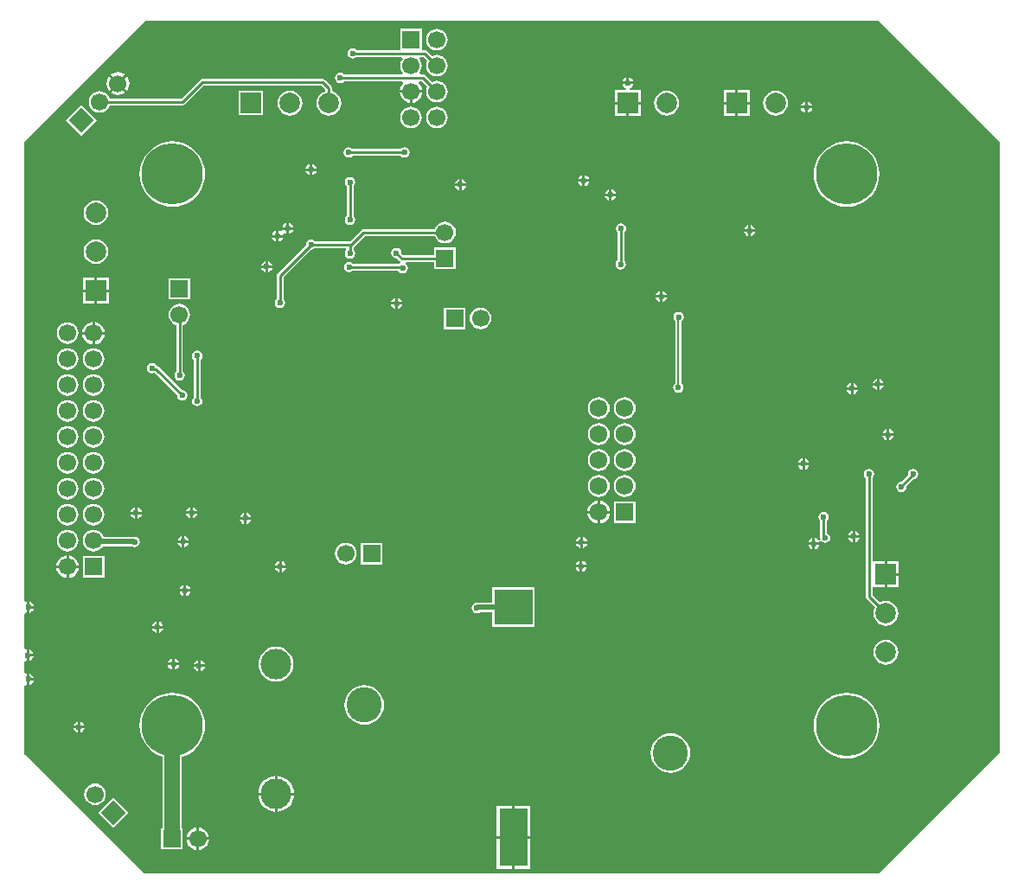
<source format=gbl>
G04*
G04 #@! TF.GenerationSoftware,Altium Limited,Altium Designer,20.2.4 (192)*
G04*
G04 Layer_Physical_Order=2*
G04 Layer_Color=16711680*
%FSLAX44Y44*%
%MOMM*%
G71*
G04*
G04 #@! TF.SameCoordinates,03AB348B-DD29-4870-A44B-8DF697E34D15*
G04*
G04*
G04 #@! TF.FilePolarity,Positive*
G04*
G01*
G75*
%ADD10C,0.2000*%
%ADD17C,0.5000*%
%ADD18C,0.2540*%
%ADD67C,1.5000*%
%ADD70R,1.7000X1.7000*%
%ADD71C,1.7000*%
%ADD72R,1.7000X1.7000*%
%ADD73C,2.0000*%
%ADD74R,2.0000X2.0000*%
%ADD75R,2.0000X2.0000*%
%ADD76P,2.4042X4X180.0*%
%ADD77C,1.7250*%
%ADD78R,1.7250X1.7250*%
%ADD79P,2.4042X4X90.0*%
%ADD80C,3.0000*%
%ADD81C,6.0000*%
%ADD82C,3.4500*%
%ADD83C,0.6000*%
%ADD84R,2.8000X5.7000*%
%ADD85R,3.8000X3.5000*%
G36*
X959951Y721444D02*
Y123556D01*
X841444Y5049D01*
X122556D01*
X5049Y122556D01*
Y189088D01*
X7049Y190190D01*
X7480Y190104D01*
Y195500D01*
Y200896D01*
X7049Y200810D01*
X5049Y201912D01*
Y212421D01*
X7049Y213640D01*
X7230Y213604D01*
Y219000D01*
Y224396D01*
X7049Y224360D01*
X5049Y225579D01*
Y259588D01*
X7049Y260690D01*
X7480Y260604D01*
Y266000D01*
Y271396D01*
X7049Y271310D01*
X5049Y272412D01*
Y721444D01*
X123556Y839951D01*
X841444Y839951D01*
X959951Y721444D01*
D02*
G37*
%LPC*%
G36*
X394040Y832190D02*
X373040D01*
Y811584D01*
X330286D01*
X330105Y811855D01*
X328451Y812960D01*
X326500Y813348D01*
X324549Y812960D01*
X322895Y811855D01*
X321790Y810201D01*
X321402Y808250D01*
X321790Y806299D01*
X322895Y804645D01*
X324549Y803540D01*
X326500Y803152D01*
X328451Y803540D01*
X330105Y804645D01*
X330286Y804916D01*
X374403D01*
X375389Y802916D01*
X374368Y801585D01*
X373310Y799031D01*
X372949Y796290D01*
X373310Y793549D01*
X374368Y790995D01*
X375451Y789584D01*
X374464Y787584D01*
X318036D01*
X317855Y787855D01*
X316201Y788960D01*
X314250Y789348D01*
X312299Y788960D01*
X310645Y787855D01*
X309540Y786201D01*
X309152Y784250D01*
X309540Y782299D01*
X310645Y780645D01*
X312299Y779540D01*
X314250Y779152D01*
X316201Y779540D01*
X317855Y780645D01*
X318036Y780916D01*
X375186D01*
X375864Y778916D01*
X375666Y778764D01*
X373897Y776458D01*
X372784Y773772D01*
X372572Y772160D01*
X383540D01*
X394508D01*
X394296Y773772D01*
X393183Y776458D01*
X391414Y778764D01*
X391216Y778916D01*
X391894Y780916D01*
X394199D01*
X399523Y775592D01*
X398710Y773631D01*
X398349Y770890D01*
X398710Y768149D01*
X399768Y765595D01*
X401451Y763401D01*
X403645Y761718D01*
X406199Y760660D01*
X408940Y760299D01*
X411681Y760660D01*
X414235Y761718D01*
X416429Y763401D01*
X418112Y765595D01*
X419170Y768149D01*
X419531Y770890D01*
X419170Y773631D01*
X418112Y776185D01*
X416429Y778379D01*
X414235Y780062D01*
X411681Y781120D01*
X408940Y781481D01*
X406199Y781120D01*
X404238Y780307D01*
X397938Y786608D01*
X396856Y787330D01*
X395580Y787584D01*
X392616D01*
X391629Y789584D01*
X392712Y790995D01*
X393770Y793549D01*
X394131Y796290D01*
X393770Y799031D01*
X392712Y801585D01*
X391691Y802916D01*
X392677Y804916D01*
X395599D01*
X399523Y800992D01*
X398710Y799031D01*
X398349Y796290D01*
X398710Y793549D01*
X399768Y790995D01*
X401451Y788801D01*
X403645Y787118D01*
X406199Y786060D01*
X408940Y785699D01*
X411681Y786060D01*
X414235Y787118D01*
X416429Y788801D01*
X418112Y790995D01*
X419170Y793549D01*
X419531Y796290D01*
X419170Y799031D01*
X418112Y801585D01*
X416429Y803779D01*
X414235Y805462D01*
X411681Y806520D01*
X408940Y806881D01*
X406199Y806520D01*
X404238Y805707D01*
X399338Y810608D01*
X398256Y811330D01*
X396980Y811584D01*
X394040D01*
Y832190D01*
D02*
G37*
G36*
X408940Y832281D02*
X406199Y831920D01*
X403645Y830862D01*
X401451Y829179D01*
X399768Y826985D01*
X398710Y824431D01*
X398349Y821690D01*
X398710Y818949D01*
X399768Y816395D01*
X401451Y814201D01*
X403645Y812518D01*
X406199Y811460D01*
X408940Y811099D01*
X411681Y811460D01*
X414235Y812518D01*
X416429Y814201D01*
X418112Y816395D01*
X419170Y818949D01*
X419531Y821690D01*
X419170Y824431D01*
X418112Y826985D01*
X416429Y829179D01*
X414235Y830862D01*
X411681Y831920D01*
X408940Y832281D01*
D02*
G37*
G36*
X597020Y784646D02*
Y780520D01*
X601146D01*
X600969Y781412D01*
X599744Y783244D01*
X597912Y784469D01*
X597020Y784646D01*
D02*
G37*
G36*
X594480D02*
X593588Y784469D01*
X591756Y783244D01*
X590531Y781412D01*
X590354Y780520D01*
X594480D01*
Y784646D01*
D02*
G37*
G36*
X96700Y789826D02*
X93819Y789446D01*
X91133Y788334D01*
X89843Y787344D01*
X96700Y780487D01*
X103558Y787344D01*
X102268Y788334D01*
X99583Y789446D01*
X96700Y789826D01*
D02*
G37*
G36*
X105354Y785548D02*
X98497Y778690D01*
X105354Y771833D01*
X106344Y773123D01*
X107456Y775808D01*
X107836Y778690D01*
X107456Y781572D01*
X106344Y784258D01*
X105354Y785548D01*
D02*
G37*
G36*
X88047D02*
X87057Y784258D01*
X85945Y781572D01*
X85565Y778690D01*
X85945Y775808D01*
X87057Y773123D01*
X88047Y771833D01*
X94904Y778690D01*
X88047Y785548D01*
D02*
G37*
G36*
X96700Y776895D02*
X89843Y770037D01*
X91133Y769047D01*
X93819Y767935D01*
X96700Y767555D01*
X99583Y767935D01*
X102268Y769047D01*
X103558Y770037D01*
X96700Y776895D01*
D02*
G37*
G36*
X714850Y772000D02*
X703580D01*
Y760730D01*
X714850D01*
Y772000D01*
D02*
G37*
G36*
X701040D02*
X689770D01*
Y760730D01*
X701040D01*
Y772000D01*
D02*
G37*
G36*
X601146Y777980D02*
X590354D01*
X590531Y777088D01*
X591756Y775256D01*
X593588Y774031D01*
X593746Y774000D01*
X593549Y772000D01*
X583090D01*
Y760730D01*
X608170D01*
Y772000D01*
X597951D01*
X597753Y774000D01*
X597912Y774031D01*
X599744Y775256D01*
X600969Y777088D01*
X601146Y777980D01*
D02*
G37*
G36*
X394508Y769620D02*
X384810D01*
Y759922D01*
X386422Y760134D01*
X389108Y761247D01*
X391414Y763016D01*
X393183Y765322D01*
X394296Y768008D01*
X394508Y769620D01*
D02*
G37*
G36*
X382270D02*
X372572D01*
X372784Y768008D01*
X373897Y765322D01*
X375666Y763016D01*
X377972Y761247D01*
X380658Y760134D01*
X382270Y759922D01*
Y769620D01*
D02*
G37*
G36*
X772020Y760896D02*
Y756770D01*
X776146D01*
X775969Y757662D01*
X774744Y759494D01*
X772912Y760719D01*
X772020Y760896D01*
D02*
G37*
G36*
X769480D02*
X768588Y760719D01*
X766756Y759494D01*
X765531Y757662D01*
X765354Y756770D01*
X769480D01*
Y760896D01*
D02*
G37*
G36*
X776146Y754230D02*
X772020D01*
Y750104D01*
X772912Y750281D01*
X774744Y751506D01*
X775969Y753338D01*
X776146Y754230D01*
D02*
G37*
G36*
X769480D02*
X765354D01*
X765531Y753338D01*
X766756Y751506D01*
X768588Y750281D01*
X769480Y750104D01*
Y754230D01*
D02*
G37*
G36*
X238900Y771460D02*
X214900D01*
Y747460D01*
X238900D01*
Y771460D01*
D02*
G37*
G36*
X740410Y771564D02*
X737277Y771151D01*
X734358Y769942D01*
X731852Y768018D01*
X729928Y765512D01*
X728719Y762593D01*
X728306Y759460D01*
X728719Y756327D01*
X729928Y753408D01*
X731852Y750901D01*
X734358Y748978D01*
X737277Y747769D01*
X740410Y747356D01*
X743543Y747769D01*
X746462Y748978D01*
X748969Y750901D01*
X750892Y753408D01*
X752101Y756327D01*
X752514Y759460D01*
X752101Y762593D01*
X750892Y765512D01*
X748969Y768018D01*
X746462Y769942D01*
X743543Y771151D01*
X740410Y771564D01*
D02*
G37*
G36*
X633730D02*
X630597Y771151D01*
X627678Y769942D01*
X625172Y768018D01*
X623248Y765512D01*
X622039Y762593D01*
X621626Y759460D01*
X622039Y756327D01*
X623248Y753408D01*
X625172Y750901D01*
X627678Y748978D01*
X630597Y747769D01*
X633730Y747356D01*
X636863Y747769D01*
X639782Y748978D01*
X642289Y750901D01*
X644212Y753408D01*
X645421Y756327D01*
X645834Y759460D01*
X645421Y762593D01*
X644212Y765512D01*
X642289Y768018D01*
X639782Y769942D01*
X636863Y771151D01*
X633730Y771564D01*
D02*
G37*
G36*
X297180Y783114D02*
X179121D01*
X177845Y782860D01*
X176764Y782138D01*
X158690Y764064D01*
X88724D01*
X87912Y766025D01*
X86229Y768219D01*
X84035Y769902D01*
X81481Y770960D01*
X78740Y771321D01*
X75999Y770960D01*
X73445Y769902D01*
X71251Y768219D01*
X69568Y766025D01*
X68510Y763471D01*
X68149Y760730D01*
X68510Y757989D01*
X69568Y755435D01*
X71251Y753241D01*
X73445Y751558D01*
X75999Y750500D01*
X78740Y750139D01*
X81481Y750500D01*
X84035Y751558D01*
X86229Y753241D01*
X87912Y755435D01*
X88724Y757396D01*
X160071D01*
X161347Y757650D01*
X162429Y758372D01*
X180502Y776446D01*
X295799D01*
X299416Y772829D01*
Y770923D01*
X297048Y769942D01*
X294541Y768018D01*
X292618Y765512D01*
X291409Y762593D01*
X290996Y759460D01*
X291409Y756327D01*
X292618Y753408D01*
X294541Y750901D01*
X297048Y748978D01*
X299967Y747769D01*
X303100Y747356D01*
X306233Y747769D01*
X309152Y748978D01*
X311658Y750901D01*
X313582Y753408D01*
X314791Y756327D01*
X315204Y759460D01*
X314791Y762593D01*
X313582Y765512D01*
X311658Y768018D01*
X309152Y769942D01*
X306233Y771151D01*
X306084Y771171D01*
Y774210D01*
X305830Y775486D01*
X305107Y776568D01*
X299538Y782138D01*
X298456Y782860D01*
X297180Y783114D01*
D02*
G37*
G36*
X265000Y771564D02*
X261867Y771151D01*
X258948Y769942D01*
X256441Y768018D01*
X254518Y765512D01*
X253309Y762593D01*
X252896Y759460D01*
X253309Y756327D01*
X254518Y753408D01*
X256441Y750901D01*
X258948Y748978D01*
X261867Y747769D01*
X265000Y747356D01*
X268133Y747769D01*
X271052Y748978D01*
X273559Y750901D01*
X275482Y753408D01*
X276691Y756327D01*
X277104Y759460D01*
X276691Y762593D01*
X275482Y765512D01*
X273559Y768018D01*
X271052Y769942D01*
X268133Y771151D01*
X265000Y771564D01*
D02*
G37*
G36*
X714850Y758190D02*
X703580D01*
Y746920D01*
X714850D01*
Y758190D01*
D02*
G37*
G36*
X701040D02*
X689770D01*
Y746920D01*
X701040D01*
Y758190D01*
D02*
G37*
G36*
X608170D02*
X596900D01*
Y746920D01*
X608170D01*
Y758190D01*
D02*
G37*
G36*
X594360D02*
X583090D01*
Y746920D01*
X594360D01*
Y758190D01*
D02*
G37*
G36*
X408940Y756081D02*
X406199Y755720D01*
X403645Y754662D01*
X401451Y752979D01*
X399768Y750785D01*
X398710Y748231D01*
X398349Y745490D01*
X398710Y742749D01*
X399768Y740195D01*
X401451Y738001D01*
X403645Y736318D01*
X406199Y735260D01*
X408940Y734899D01*
X411681Y735260D01*
X414235Y736318D01*
X416429Y738001D01*
X418112Y740195D01*
X419170Y742749D01*
X419531Y745490D01*
X419170Y748231D01*
X418112Y750785D01*
X416429Y752979D01*
X414235Y754662D01*
X411681Y755720D01*
X408940Y756081D01*
D02*
G37*
G36*
X383540D02*
X380799Y755720D01*
X378245Y754662D01*
X376051Y752979D01*
X374368Y750785D01*
X373310Y748231D01*
X372949Y745490D01*
X373310Y742749D01*
X374368Y740195D01*
X376051Y738001D01*
X378245Y736318D01*
X380799Y735260D01*
X383540Y734899D01*
X386281Y735260D01*
X388835Y736318D01*
X391029Y738001D01*
X392712Y740195D01*
X393770Y742749D01*
X394131Y745490D01*
X393770Y748231D01*
X392712Y750785D01*
X391029Y752979D01*
X388835Y754662D01*
X386281Y755720D01*
X383540Y756081D01*
D02*
G37*
G36*
X60780Y757619D02*
X45930Y742769D01*
X60780Y727920D01*
X75629Y742769D01*
X60780Y757619D01*
D02*
G37*
G36*
X377190Y716298D02*
X375239Y715910D01*
X373585Y714805D01*
X373404Y714534D01*
X326366D01*
X326185Y714805D01*
X324531Y715910D01*
X322580Y716298D01*
X320629Y715910D01*
X318975Y714805D01*
X317870Y713151D01*
X317482Y711200D01*
X317870Y709249D01*
X318975Y707595D01*
X320629Y706490D01*
X322580Y706102D01*
X324531Y706490D01*
X326185Y707595D01*
X326366Y707866D01*
X373404D01*
X373585Y707595D01*
X375239Y706490D01*
X377190Y706102D01*
X379141Y706490D01*
X380795Y707595D01*
X381900Y709249D01*
X382288Y711200D01*
X381900Y713151D01*
X380795Y714805D01*
X379141Y715910D01*
X377190Y716298D01*
D02*
G37*
G36*
X287020Y699896D02*
Y695770D01*
X291146D01*
X290969Y696662D01*
X289744Y698494D01*
X287912Y699719D01*
X287020Y699896D01*
D02*
G37*
G36*
X284480D02*
X283588Y699719D01*
X281756Y698494D01*
X280531Y696662D01*
X280354Y695770D01*
X284480D01*
Y699896D01*
D02*
G37*
G36*
X291146Y693230D02*
X287020D01*
Y689104D01*
X287912Y689281D01*
X289744Y690506D01*
X290969Y692338D01*
X291146Y693230D01*
D02*
G37*
G36*
X284480D02*
X280354D01*
X280531Y692338D01*
X281756Y690506D01*
X283588Y689281D01*
X284480Y689104D01*
Y693230D01*
D02*
G37*
G36*
X553770Y688994D02*
Y684868D01*
X557896D01*
X557719Y685760D01*
X556494Y687592D01*
X554662Y688817D01*
X553770Y688994D01*
D02*
G37*
G36*
X551230D02*
X550338Y688817D01*
X548506Y687592D01*
X547281Y685760D01*
X547104Y684868D01*
X551230D01*
Y688994D01*
D02*
G37*
G36*
X433270Y685146D02*
Y681020D01*
X437396D01*
X437219Y681912D01*
X435994Y683744D01*
X434162Y684969D01*
X433270Y685146D01*
D02*
G37*
G36*
X430730D02*
X429838Y684969D01*
X428006Y683744D01*
X426781Y681912D01*
X426604Y681020D01*
X430730D01*
Y685146D01*
D02*
G37*
G36*
X557896Y682328D02*
X553770D01*
Y678202D01*
X554662Y678379D01*
X556494Y679604D01*
X557719Y681436D01*
X557896Y682328D01*
D02*
G37*
G36*
X551230D02*
X547104D01*
X547281Y681436D01*
X548506Y679604D01*
X550338Y678379D01*
X551230Y678202D01*
Y682328D01*
D02*
G37*
G36*
X437396Y678480D02*
X433270D01*
Y674354D01*
X434162Y674531D01*
X435994Y675756D01*
X437219Y677588D01*
X437396Y678480D01*
D02*
G37*
G36*
X430730D02*
X426604D01*
X426781Y677588D01*
X428006Y675756D01*
X429838Y674531D01*
X430730Y674354D01*
Y678480D01*
D02*
G37*
G36*
X580020Y675146D02*
Y671020D01*
X584146D01*
X583969Y671912D01*
X582744Y673744D01*
X580912Y674969D01*
X580020Y675146D01*
D02*
G37*
G36*
X577480D02*
X576588Y674969D01*
X574756Y673744D01*
X573531Y671912D01*
X573354Y671020D01*
X577480D01*
Y675146D01*
D02*
G37*
G36*
X584146Y668480D02*
X580020D01*
Y664354D01*
X580912Y664531D01*
X582744Y665756D01*
X583969Y667588D01*
X584146Y668480D01*
D02*
G37*
G36*
X577480D02*
X573354D01*
X573531Y667588D01*
X574756Y665756D01*
X576588Y664531D01*
X577480Y664354D01*
Y668480D01*
D02*
G37*
G36*
X810000Y722099D02*
X804979Y721704D01*
X800081Y720528D01*
X795427Y718600D01*
X791133Y715969D01*
X787303Y712697D01*
X784031Y708867D01*
X781400Y704573D01*
X779472Y699919D01*
X778296Y695021D01*
X777901Y690000D01*
X778296Y684979D01*
X779472Y680081D01*
X781400Y675427D01*
X784031Y671133D01*
X787303Y667303D01*
X791133Y664031D01*
X795427Y661400D01*
X800081Y659472D01*
X804979Y658296D01*
X810000Y657901D01*
X815021Y658296D01*
X819919Y659472D01*
X824573Y661400D01*
X828867Y664031D01*
X832697Y667303D01*
X835969Y671133D01*
X838600Y675427D01*
X840528Y680081D01*
X841704Y684979D01*
X842099Y690000D01*
X841704Y695021D01*
X840528Y699919D01*
X838600Y704573D01*
X835969Y708867D01*
X832697Y712697D01*
X828867Y715969D01*
X824573Y718600D01*
X819919Y720528D01*
X815021Y721704D01*
X810000Y722099D01*
D02*
G37*
G36*
X150000D02*
X144979Y721704D01*
X140081Y720528D01*
X135427Y718600D01*
X131133Y715969D01*
X127303Y712697D01*
X124031Y708867D01*
X121400Y704573D01*
X119472Y699919D01*
X118296Y695021D01*
X117901Y690000D01*
X118296Y684979D01*
X119472Y680081D01*
X121400Y675427D01*
X124031Y671133D01*
X127303Y667303D01*
X131133Y664031D01*
X135427Y661400D01*
X140081Y659472D01*
X144979Y658296D01*
X150000Y657901D01*
X155021Y658296D01*
X159919Y659472D01*
X164573Y661400D01*
X168867Y664031D01*
X172697Y667303D01*
X175969Y671133D01*
X178600Y675427D01*
X180528Y680081D01*
X181704Y684979D01*
X182099Y690000D01*
X181704Y695021D01*
X180528Y699919D01*
X178600Y704573D01*
X175969Y708867D01*
X172697Y712697D01*
X168867Y715969D01*
X164573Y718600D01*
X159919Y720528D01*
X155021Y721704D01*
X150000Y722099D01*
D02*
G37*
G36*
X323740Y687198D02*
X321789Y686810D01*
X320135Y685705D01*
X319030Y684051D01*
X318642Y682100D01*
X319030Y680149D01*
X320135Y678495D01*
X320516Y678241D01*
Y648946D01*
X320245Y648765D01*
X319140Y647111D01*
X318752Y645160D01*
X319140Y643209D01*
X320245Y641555D01*
X321899Y640450D01*
X323850Y640062D01*
X325801Y640450D01*
X327455Y641555D01*
X328560Y643209D01*
X328948Y645160D01*
X328560Y647111D01*
X327455Y648765D01*
X327184Y648946D01*
Y678388D01*
X327345Y678495D01*
X328450Y680149D01*
X328838Y682100D01*
X328450Y684051D01*
X327345Y685705D01*
X325691Y686810D01*
X323740Y687198D01*
D02*
G37*
G36*
X75000Y664203D02*
X71867Y663791D01*
X68948Y662582D01*
X66441Y660658D01*
X64518Y658152D01*
X63309Y655233D01*
X62896Y652100D01*
X63309Y648967D01*
X64518Y646048D01*
X66441Y643541D01*
X68948Y641618D01*
X71867Y640409D01*
X75000Y639996D01*
X78133Y640409D01*
X81052Y641618D01*
X83559Y643541D01*
X85482Y646048D01*
X86691Y648967D01*
X87104Y652100D01*
X86691Y655233D01*
X85482Y658152D01*
X83559Y660658D01*
X81052Y662582D01*
X78133Y663791D01*
X75000Y664203D01*
D02*
G37*
G36*
X264120Y642246D02*
Y638120D01*
X268246D01*
X268069Y639012D01*
X266844Y640844D01*
X265012Y642069D01*
X264120Y642246D01*
D02*
G37*
G36*
X261580D02*
X260688Y642069D01*
X258856Y640844D01*
X257631Y639012D01*
X257454Y638120D01*
X261580D01*
Y642246D01*
D02*
G37*
G36*
X716270Y640146D02*
Y636020D01*
X720396D01*
X720219Y636912D01*
X718994Y638744D01*
X717162Y639968D01*
X716270Y640146D01*
D02*
G37*
G36*
X713730D02*
X712838Y639968D01*
X711006Y638744D01*
X709781Y636912D01*
X709604Y636020D01*
X713730D01*
Y640146D01*
D02*
G37*
G36*
X261580Y635580D02*
X257454D01*
X257549Y635105D01*
X256507Y634091D01*
X255928Y633783D01*
X254932Y634449D01*
X254040Y634626D01*
Y630500D01*
X258166D01*
X258071Y630975D01*
X259113Y631989D01*
X259692Y632297D01*
X260688Y631632D01*
X261580Y631454D01*
Y635580D01*
D02*
G37*
G36*
X268246D02*
X264120D01*
Y631454D01*
X265012Y631632D01*
X266844Y632856D01*
X268069Y634688D01*
X268246Y635580D01*
D02*
G37*
G36*
X251500Y634626D02*
X250608Y634449D01*
X248776Y633224D01*
X247551Y631392D01*
X247374Y630500D01*
X251500D01*
Y634626D01*
D02*
G37*
G36*
X720396Y633480D02*
X716270D01*
Y629354D01*
X717162Y629531D01*
X718994Y630756D01*
X720219Y632588D01*
X720396Y633480D01*
D02*
G37*
G36*
X713730D02*
X709604D01*
X709781Y632588D01*
X711006Y630756D01*
X712838Y629531D01*
X713730Y629354D01*
Y633480D01*
D02*
G37*
G36*
X258166Y627960D02*
X254040D01*
Y623834D01*
X254932Y624011D01*
X256764Y625236D01*
X257989Y627068D01*
X258166Y627960D01*
D02*
G37*
G36*
X251500D02*
X247374D01*
X247551Y627068D01*
X248776Y625236D01*
X250608Y624011D01*
X251500Y623834D01*
Y627960D01*
D02*
G37*
G36*
X416750Y643541D02*
X414009Y643180D01*
X411455Y642122D01*
X409261Y640439D01*
X407578Y638245D01*
X406766Y636284D01*
X337040D01*
X335764Y636030D01*
X334683Y635308D01*
X323739Y624364D01*
X289536D01*
X289355Y624635D01*
X287701Y625740D01*
X285750Y626128D01*
X283799Y625740D01*
X282145Y624635D01*
X281040Y622981D01*
X280652Y621030D01*
X280716Y620711D01*
X252913Y592907D01*
X252190Y591826D01*
X251936Y590550D01*
Y567666D01*
X251665Y567485D01*
X250560Y565831D01*
X250172Y563880D01*
X250560Y561929D01*
X251665Y560275D01*
X253319Y559170D01*
X255270Y558782D01*
X257221Y559170D01*
X258875Y560275D01*
X259980Y561929D01*
X260368Y563880D01*
X259980Y565831D01*
X258875Y567485D01*
X258604Y567666D01*
Y589169D01*
X285431Y615996D01*
X285750Y615932D01*
X287701Y616320D01*
X289355Y617425D01*
X289536Y617696D01*
X319839D01*
X320213Y615696D01*
X319140Y614091D01*
X318752Y612140D01*
X319140Y610189D01*
X320245Y608535D01*
X321899Y607430D01*
X323850Y607042D01*
X325801Y607430D01*
X327455Y608535D01*
X328560Y610189D01*
X328948Y612140D01*
X328560Y614091D01*
X327455Y615745D01*
X327184Y615926D01*
Y618379D01*
X338421Y629616D01*
X406766D01*
X407578Y627655D01*
X409261Y625461D01*
X411455Y623778D01*
X414009Y622720D01*
X416750Y622359D01*
X419491Y622720D01*
X422045Y623778D01*
X424239Y625461D01*
X425922Y627655D01*
X426980Y630209D01*
X427341Y632950D01*
X426980Y635691D01*
X425922Y638245D01*
X424239Y640439D01*
X422045Y642122D01*
X419491Y643180D01*
X416750Y643541D01*
D02*
G37*
G36*
X427250Y618050D02*
X406250D01*
Y610884D01*
X375831D01*
X374284Y612431D01*
X374348Y612750D01*
X373960Y614701D01*
X372855Y616355D01*
X371201Y617460D01*
X369250Y617848D01*
X367299Y617460D01*
X365645Y616355D01*
X364540Y614701D01*
X364152Y612750D01*
X364540Y610799D01*
X365645Y609145D01*
X367299Y608040D01*
X369250Y607652D01*
X369569Y607716D01*
X372093Y605192D01*
X373016Y604576D01*
X373098Y604288D01*
X372173Y602334D01*
X326786D01*
X326605Y602605D01*
X324951Y603710D01*
X323000Y604098D01*
X321049Y603710D01*
X319395Y602605D01*
X318290Y600951D01*
X317902Y599000D01*
X318290Y597049D01*
X319395Y595395D01*
X321049Y594290D01*
X323000Y593902D01*
X324951Y594290D01*
X326605Y595395D01*
X326786Y595666D01*
X371046D01*
X371895Y594395D01*
X373549Y593290D01*
X375500Y592902D01*
X377451Y593290D01*
X379105Y594395D01*
X380210Y596049D01*
X380598Y598000D01*
X380210Y599951D01*
X379105Y601605D01*
X378190Y602216D01*
X378797Y604216D01*
X406250D01*
Y597050D01*
X427250D01*
Y618050D01*
D02*
G37*
G36*
X75000Y626104D02*
X71867Y625691D01*
X68948Y624482D01*
X66441Y622559D01*
X64518Y620052D01*
X63309Y617133D01*
X62896Y614000D01*
X63309Y610867D01*
X64518Y607948D01*
X66441Y605442D01*
X68948Y603518D01*
X71867Y602309D01*
X75000Y601896D01*
X78133Y602309D01*
X81052Y603518D01*
X83559Y605442D01*
X85482Y607948D01*
X86691Y610867D01*
X87104Y614000D01*
X86691Y617133D01*
X85482Y620052D01*
X83559Y622559D01*
X81052Y624482D01*
X78133Y625691D01*
X75000Y626104D01*
D02*
G37*
G36*
X243520Y604896D02*
Y600770D01*
X247646D01*
X247469Y601662D01*
X246244Y603494D01*
X244412Y604719D01*
X243520Y604896D01*
D02*
G37*
G36*
X240980D02*
X240088Y604719D01*
X238256Y603494D01*
X237031Y601662D01*
X236854Y600770D01*
X240980D01*
Y604896D01*
D02*
G37*
G36*
X589250Y641848D02*
X587299Y641460D01*
X585645Y640355D01*
X584540Y638701D01*
X584152Y636750D01*
X584540Y634799D01*
X585416Y633488D01*
Y605565D01*
X585145Y605384D01*
X584040Y603730D01*
X583652Y601779D01*
X584040Y599828D01*
X585145Y598174D01*
X586799Y597069D01*
X588750Y596681D01*
X590701Y597069D01*
X592355Y598174D01*
X593460Y599828D01*
X593848Y601779D01*
X593460Y603730D01*
X592355Y605384D01*
X592084Y605565D01*
Y632630D01*
X592855Y633145D01*
X593960Y634799D01*
X594348Y636750D01*
X593960Y638701D01*
X592855Y640355D01*
X591201Y641460D01*
X589250Y641848D01*
D02*
G37*
G36*
X247646Y598230D02*
X243520D01*
Y594104D01*
X244412Y594281D01*
X246244Y595506D01*
X247469Y597338D01*
X247646Y598230D01*
D02*
G37*
G36*
X240980D02*
X236854D01*
X237031Y597338D01*
X238256Y595506D01*
X240088Y594281D01*
X240980Y594104D01*
Y598230D01*
D02*
G37*
G36*
X87540Y588440D02*
X76270D01*
Y577170D01*
X87540D01*
Y588440D01*
D02*
G37*
G36*
X73730D02*
X62460D01*
Y577170D01*
X73730D01*
Y588440D01*
D02*
G37*
G36*
X629740Y575728D02*
Y571602D01*
X633866D01*
X633689Y572494D01*
X632464Y574326D01*
X630632Y575551D01*
X629740Y575728D01*
D02*
G37*
G36*
X627200D02*
X626308Y575551D01*
X624476Y574326D01*
X623251Y572494D01*
X623074Y571602D01*
X627200D01*
Y575728D01*
D02*
G37*
G36*
X167250Y588200D02*
X146250D01*
Y567200D01*
X167250D01*
Y588200D01*
D02*
G37*
G36*
X633866Y569062D02*
X629740D01*
Y564936D01*
X630632Y565113D01*
X632464Y566338D01*
X633689Y568170D01*
X633866Y569062D01*
D02*
G37*
G36*
X627200D02*
X623074D01*
X623251Y568170D01*
X624476Y566338D01*
X626308Y565113D01*
X627200Y564936D01*
Y569062D01*
D02*
G37*
G36*
X370770Y568896D02*
Y564770D01*
X374896D01*
X374719Y565662D01*
X373494Y567494D01*
X371662Y568718D01*
X370770Y568896D01*
D02*
G37*
G36*
X368230D02*
X367338Y568718D01*
X365506Y567494D01*
X364281Y565662D01*
X364104Y564770D01*
X368230D01*
Y568896D01*
D02*
G37*
G36*
X87540Y574630D02*
X76270D01*
Y563360D01*
X87540D01*
Y574630D01*
D02*
G37*
G36*
X73730D02*
X62460D01*
Y563360D01*
X73730D01*
Y574630D01*
D02*
G37*
G36*
X374896Y562230D02*
X370770D01*
Y558104D01*
X371662Y558281D01*
X373494Y559506D01*
X374719Y561338D01*
X374896Y562230D01*
D02*
G37*
G36*
X368230D02*
X364104D01*
X364281Y561338D01*
X365506Y559506D01*
X367338Y558281D01*
X368230Y558104D01*
Y562230D01*
D02*
G37*
G36*
X436600Y559250D02*
X415600D01*
Y538250D01*
X436600D01*
Y559250D01*
D02*
G37*
G36*
X451500Y559341D02*
X448759Y558980D01*
X446205Y557922D01*
X444011Y556239D01*
X442328Y554045D01*
X441270Y551491D01*
X440909Y548750D01*
X441270Y546009D01*
X442328Y543455D01*
X444011Y541261D01*
X446205Y539578D01*
X448759Y538520D01*
X451500Y538159D01*
X454241Y538520D01*
X456795Y539578D01*
X458989Y541261D01*
X460672Y543455D01*
X461730Y546009D01*
X462091Y548750D01*
X461730Y551491D01*
X460672Y554045D01*
X458989Y556239D01*
X456795Y557922D01*
X454241Y558980D01*
X451500Y559341D01*
D02*
G37*
G36*
X73970Y545268D02*
Y535570D01*
X83668D01*
X83456Y537182D01*
X82343Y539868D01*
X80574Y542174D01*
X78268Y543943D01*
X75582Y545056D01*
X73970Y545268D01*
D02*
G37*
G36*
X71430D02*
X69818Y545056D01*
X67132Y543943D01*
X64826Y542174D01*
X63057Y539868D01*
X61944Y537182D01*
X61732Y535570D01*
X71430D01*
Y545268D01*
D02*
G37*
G36*
X47300Y544891D02*
X44559Y544530D01*
X42005Y543472D01*
X39811Y541789D01*
X38128Y539595D01*
X37070Y537041D01*
X36709Y534300D01*
X37070Y531559D01*
X38128Y529005D01*
X39811Y526811D01*
X42005Y525128D01*
X44559Y524070D01*
X47300Y523709D01*
X50041Y524070D01*
X52595Y525128D01*
X54789Y526811D01*
X56472Y529005D01*
X57530Y531559D01*
X57891Y534300D01*
X57530Y537041D01*
X56472Y539595D01*
X54789Y541789D01*
X52595Y543472D01*
X50041Y544530D01*
X47300Y544891D01*
D02*
G37*
G36*
X71430Y533030D02*
X61732D01*
X61944Y531418D01*
X63057Y528732D01*
X64826Y526426D01*
X67132Y524657D01*
X69818Y523544D01*
X71430Y523332D01*
Y533030D01*
D02*
G37*
G36*
X83668D02*
X73970D01*
Y523332D01*
X75582Y523544D01*
X78268Y524657D01*
X80574Y526426D01*
X82343Y528732D01*
X83456Y531418D01*
X83668Y533030D01*
D02*
G37*
G36*
X72700Y519491D02*
X69959Y519130D01*
X67405Y518072D01*
X65211Y516389D01*
X63528Y514195D01*
X62470Y511641D01*
X62109Y508900D01*
X62470Y506159D01*
X63528Y503605D01*
X65211Y501411D01*
X67405Y499728D01*
X69959Y498670D01*
X72700Y498309D01*
X75441Y498670D01*
X77995Y499728D01*
X80189Y501411D01*
X81872Y503605D01*
X82930Y506159D01*
X83291Y508900D01*
X82930Y511641D01*
X81872Y514195D01*
X80189Y516389D01*
X77995Y518072D01*
X75441Y519130D01*
X72700Y519491D01*
D02*
G37*
G36*
X47300D02*
X44559Y519130D01*
X42005Y518072D01*
X39811Y516389D01*
X38128Y514195D01*
X37070Y511641D01*
X36709Y508900D01*
X37070Y506159D01*
X38128Y503605D01*
X39811Y501411D01*
X42005Y499728D01*
X44559Y498670D01*
X47300Y498309D01*
X50041Y498670D01*
X52595Y499728D01*
X54789Y501411D01*
X56472Y503605D01*
X57530Y506159D01*
X57891Y508900D01*
X57530Y511641D01*
X56472Y514195D01*
X54789Y516389D01*
X52595Y518072D01*
X50041Y519130D01*
X47300Y519491D01*
D02*
G37*
G36*
X156750Y562891D02*
X154009Y562530D01*
X151455Y561472D01*
X149261Y559789D01*
X147578Y557595D01*
X146520Y555041D01*
X146159Y552300D01*
X146520Y549559D01*
X147578Y547005D01*
X149261Y544811D01*
X151455Y543128D01*
X153541Y542264D01*
Y496702D01*
X153395Y496605D01*
X152290Y494951D01*
X151902Y493000D01*
X152290Y491049D01*
X153395Y489395D01*
X155049Y488290D01*
X157000Y487902D01*
X158951Y488290D01*
X160605Y489395D01*
X161710Y491049D01*
X162098Y493000D01*
X161710Y494951D01*
X160605Y496605D01*
X160209Y496869D01*
Y542368D01*
X162045Y543128D01*
X164239Y544811D01*
X165922Y547005D01*
X166980Y549559D01*
X167341Y552300D01*
X166980Y555041D01*
X165922Y557595D01*
X164239Y559789D01*
X162045Y561472D01*
X159491Y562530D01*
X156750Y562891D01*
D02*
G37*
G36*
X842020Y489744D02*
Y485618D01*
X846146D01*
X845969Y486510D01*
X844744Y488342D01*
X842912Y489566D01*
X842020Y489744D01*
D02*
G37*
G36*
X839480D02*
X838588Y489566D01*
X836756Y488342D01*
X835531Y486510D01*
X835354Y485618D01*
X839480D01*
Y489744D01*
D02*
G37*
G36*
X816520Y485396D02*
Y481270D01*
X820646D01*
X820469Y482162D01*
X819244Y483994D01*
X817412Y485219D01*
X816520Y485396D01*
D02*
G37*
G36*
X813980D02*
X813088Y485219D01*
X811256Y483994D01*
X810032Y482162D01*
X809854Y481270D01*
X813980D01*
Y485396D01*
D02*
G37*
G36*
X846146Y483078D02*
X842020D01*
Y478952D01*
X842912Y479129D01*
X844744Y480354D01*
X845969Y482186D01*
X846146Y483078D01*
D02*
G37*
G36*
X839480D02*
X835354D01*
X835531Y482186D01*
X836756Y480354D01*
X838588Y479129D01*
X839480Y478952D01*
Y483078D01*
D02*
G37*
G36*
X645500Y555098D02*
X643549Y554710D01*
X641895Y553605D01*
X640790Y551951D01*
X640402Y550000D01*
X640790Y548049D01*
X641895Y546395D01*
X642316Y546114D01*
Y485053D01*
X641645Y484605D01*
X640540Y482951D01*
X640152Y481000D01*
X640540Y479049D01*
X641645Y477395D01*
X643299Y476290D01*
X645250Y475902D01*
X647201Y476290D01*
X648855Y477395D01*
X649960Y479049D01*
X650348Y481000D01*
X649960Y482951D01*
X648855Y484605D01*
X648434Y484886D01*
Y545947D01*
X649105Y546395D01*
X650210Y548049D01*
X650598Y550000D01*
X650210Y551951D01*
X649105Y553605D01*
X647451Y554710D01*
X645500Y555098D01*
D02*
G37*
G36*
X820646Y478730D02*
X816520D01*
Y474604D01*
X817412Y474781D01*
X819244Y476006D01*
X820469Y477838D01*
X820646Y478730D01*
D02*
G37*
G36*
X813980D02*
X809854D01*
X810032Y477838D01*
X811256Y476006D01*
X813088Y474781D01*
X813980Y474604D01*
Y478730D01*
D02*
G37*
G36*
X72700Y494091D02*
X69959Y493730D01*
X67405Y492672D01*
X65211Y490989D01*
X63528Y488795D01*
X62470Y486241D01*
X62109Y483500D01*
X62470Y480759D01*
X63528Y478205D01*
X65211Y476011D01*
X67405Y474328D01*
X69959Y473270D01*
X72700Y472909D01*
X75441Y473270D01*
X77995Y474328D01*
X80189Y476011D01*
X81872Y478205D01*
X82930Y480759D01*
X83291Y483500D01*
X82930Y486241D01*
X81872Y488795D01*
X80189Y490989D01*
X77995Y492672D01*
X75441Y493730D01*
X72700Y494091D01*
D02*
G37*
G36*
X47300D02*
X44559Y493730D01*
X42005Y492672D01*
X39811Y490989D01*
X38128Y488795D01*
X37070Y486241D01*
X36709Y483500D01*
X37070Y480759D01*
X38128Y478205D01*
X39811Y476011D01*
X42005Y474328D01*
X44559Y473270D01*
X47300Y472909D01*
X50041Y473270D01*
X52595Y474328D01*
X54789Y476011D01*
X56472Y478205D01*
X57530Y480759D01*
X57891Y483500D01*
X57530Y486241D01*
X56472Y488795D01*
X54789Y490989D01*
X52595Y492672D01*
X50041Y493730D01*
X47300Y494091D01*
D02*
G37*
G36*
X130000Y505098D02*
X128049Y504710D01*
X126395Y503605D01*
X125290Y501951D01*
X124902Y500000D01*
X125290Y498049D01*
X126395Y496395D01*
X128049Y495290D01*
X130000Y494902D01*
X131951Y495290D01*
X132577Y495708D01*
X154716Y473569D01*
X154652Y473250D01*
X155040Y471299D01*
X156145Y469645D01*
X157799Y468540D01*
X159750Y468152D01*
X161701Y468540D01*
X163355Y469645D01*
X164460Y471299D01*
X164848Y473250D01*
X164460Y475201D01*
X163355Y476855D01*
X161701Y477960D01*
X159750Y478348D01*
X159431Y478284D01*
X136019Y501696D01*
X134938Y502418D01*
X134315Y502542D01*
X133605Y503605D01*
X131951Y504710D01*
X130000Y505098D01*
D02*
G37*
G36*
X174250Y517348D02*
X172299Y516960D01*
X170645Y515855D01*
X169540Y514201D01*
X169152Y512250D01*
X169540Y510299D01*
X170645Y508645D01*
X170916Y508464D01*
Y471536D01*
X170645Y471355D01*
X169540Y469701D01*
X169152Y467750D01*
X169540Y465799D01*
X170645Y464145D01*
X172299Y463040D01*
X174250Y462652D01*
X176201Y463040D01*
X177855Y464145D01*
X178960Y465799D01*
X179348Y467750D01*
X178960Y469701D01*
X177855Y471355D01*
X177584Y471536D01*
Y508464D01*
X177855Y508645D01*
X178960Y510299D01*
X179348Y512250D01*
X178960Y514201D01*
X177855Y515855D01*
X176201Y516960D01*
X174250Y517348D01*
D02*
G37*
G36*
X592700Y471517D02*
X589926Y471152D01*
X587342Y470081D01*
X585122Y468378D01*
X583419Y466158D01*
X582349Y463574D01*
X581983Y460800D01*
X582349Y458026D01*
X583419Y455442D01*
X585122Y453222D01*
X587342Y451519D01*
X589926Y450448D01*
X592700Y450083D01*
X595474Y450448D01*
X598058Y451519D01*
X600278Y453222D01*
X601981Y455442D01*
X603051Y458026D01*
X603417Y460800D01*
X603051Y463574D01*
X601981Y466158D01*
X600278Y468378D01*
X598058Y470081D01*
X595474Y471152D01*
X592700Y471517D01*
D02*
G37*
G36*
X567300D02*
X564526Y471152D01*
X561942Y470081D01*
X559722Y468378D01*
X558019Y466158D01*
X556949Y463574D01*
X556583Y460800D01*
X556949Y458026D01*
X558019Y455442D01*
X559722Y453222D01*
X561942Y451519D01*
X564526Y450448D01*
X567300Y450083D01*
X570074Y450448D01*
X572658Y451519D01*
X574878Y453222D01*
X576581Y455442D01*
X577651Y458026D01*
X578017Y460800D01*
X577651Y463574D01*
X576581Y466158D01*
X574878Y468378D01*
X572658Y470081D01*
X570074Y471152D01*
X567300Y471517D01*
D02*
G37*
G36*
X72700Y468691D02*
X69959Y468330D01*
X67405Y467272D01*
X65211Y465589D01*
X63528Y463395D01*
X62470Y460841D01*
X62109Y458100D01*
X62470Y455359D01*
X63528Y452805D01*
X65211Y450611D01*
X67405Y448928D01*
X69959Y447870D01*
X72700Y447509D01*
X75441Y447870D01*
X77995Y448928D01*
X80189Y450611D01*
X81872Y452805D01*
X82930Y455359D01*
X83291Y458100D01*
X82930Y460841D01*
X81872Y463395D01*
X80189Y465589D01*
X77995Y467272D01*
X75441Y468330D01*
X72700Y468691D01*
D02*
G37*
G36*
X47300D02*
X44559Y468330D01*
X42005Y467272D01*
X39811Y465589D01*
X38128Y463395D01*
X37070Y460841D01*
X36709Y458100D01*
X37070Y455359D01*
X38128Y452805D01*
X39811Y450611D01*
X42005Y448928D01*
X44559Y447870D01*
X47300Y447509D01*
X50041Y447870D01*
X52595Y448928D01*
X54789Y450611D01*
X56472Y452805D01*
X57530Y455359D01*
X57891Y458100D01*
X57530Y460841D01*
X56472Y463395D01*
X54789Y465589D01*
X52595Y467272D01*
X50041Y468330D01*
X47300Y468691D01*
D02*
G37*
G36*
X851815Y440396D02*
Y436270D01*
X855941D01*
X855764Y437162D01*
X854539Y438994D01*
X852707Y440219D01*
X851815Y440396D01*
D02*
G37*
G36*
X849275D02*
X848383Y440219D01*
X846551Y438994D01*
X845327Y437162D01*
X845149Y436270D01*
X849275D01*
Y440396D01*
D02*
G37*
G36*
X855941Y433730D02*
X851815D01*
Y429604D01*
X852707Y429781D01*
X854539Y431006D01*
X855764Y432838D01*
X855941Y433730D01*
D02*
G37*
G36*
X849275D02*
X845149D01*
X845327Y432838D01*
X846551Y431006D01*
X848383Y429781D01*
X849275Y429604D01*
Y433730D01*
D02*
G37*
G36*
X592700Y446117D02*
X589926Y445751D01*
X587342Y444681D01*
X585122Y442978D01*
X583419Y440758D01*
X582349Y438174D01*
X581983Y435400D01*
X582349Y432626D01*
X583419Y430042D01*
X585122Y427822D01*
X587342Y426119D01*
X589926Y425048D01*
X592700Y424683D01*
X595474Y425048D01*
X598058Y426119D01*
X600278Y427822D01*
X601981Y430042D01*
X603051Y432626D01*
X603417Y435400D01*
X603051Y438174D01*
X601981Y440758D01*
X600278Y442978D01*
X598058Y444681D01*
X595474Y445751D01*
X592700Y446117D01*
D02*
G37*
G36*
X567300D02*
X564526Y445751D01*
X561942Y444681D01*
X559722Y442978D01*
X558019Y440758D01*
X556949Y438174D01*
X556583Y435400D01*
X556949Y432626D01*
X558019Y430042D01*
X559722Y427822D01*
X561942Y426119D01*
X564526Y425048D01*
X567300Y424683D01*
X570074Y425048D01*
X572658Y426119D01*
X574878Y427822D01*
X576581Y430042D01*
X577651Y432626D01*
X578017Y435400D01*
X577651Y438174D01*
X576581Y440758D01*
X574878Y442978D01*
X572658Y444681D01*
X570074Y445751D01*
X567300Y446117D01*
D02*
G37*
G36*
X72700Y443291D02*
X69959Y442930D01*
X67405Y441872D01*
X65211Y440189D01*
X63528Y437995D01*
X62470Y435441D01*
X62109Y432700D01*
X62470Y429959D01*
X63528Y427405D01*
X65211Y425211D01*
X67405Y423528D01*
X69959Y422470D01*
X72700Y422109D01*
X75441Y422470D01*
X77995Y423528D01*
X80189Y425211D01*
X81872Y427405D01*
X82930Y429959D01*
X83291Y432700D01*
X82930Y435441D01*
X81872Y437995D01*
X80189Y440189D01*
X77995Y441872D01*
X75441Y442930D01*
X72700Y443291D01*
D02*
G37*
G36*
X47300D02*
X44559Y442930D01*
X42005Y441872D01*
X39811Y440189D01*
X38128Y437995D01*
X37070Y435441D01*
X36709Y432700D01*
X37070Y429959D01*
X38128Y427405D01*
X39811Y425211D01*
X42005Y423528D01*
X44559Y422470D01*
X47300Y422109D01*
X50041Y422470D01*
X52595Y423528D01*
X54789Y425211D01*
X56472Y427405D01*
X57530Y429959D01*
X57891Y432700D01*
X57530Y435441D01*
X56472Y437995D01*
X54789Y440189D01*
X52595Y441872D01*
X50041Y442930D01*
X47300Y443291D01*
D02*
G37*
G36*
X769020Y411666D02*
Y407540D01*
X773146D01*
X772969Y408432D01*
X771744Y410264D01*
X769912Y411489D01*
X769020Y411666D01*
D02*
G37*
G36*
X766480D02*
X765588Y411489D01*
X763756Y410264D01*
X762531Y408432D01*
X762354Y407540D01*
X766480D01*
Y411666D01*
D02*
G37*
G36*
X773146Y405000D02*
X769020D01*
Y400874D01*
X769912Y401051D01*
X771744Y402276D01*
X772969Y404108D01*
X773146Y405000D01*
D02*
G37*
G36*
X766480D02*
X762354D01*
X762531Y404108D01*
X763756Y402276D01*
X765588Y401051D01*
X766480Y400874D01*
Y405000D01*
D02*
G37*
G36*
X567300Y420717D02*
X564526Y420352D01*
X561942Y419281D01*
X559722Y417578D01*
X558019Y415358D01*
X556949Y412774D01*
X556583Y410000D01*
X556949Y407226D01*
X558019Y404642D01*
X559722Y402422D01*
X561942Y400719D01*
X564526Y399649D01*
X567300Y399283D01*
X570074Y399649D01*
X572658Y400719D01*
X574878Y402422D01*
X576581Y404642D01*
X577651Y407226D01*
X578017Y410000D01*
X577651Y412774D01*
X576581Y415358D01*
X574878Y417578D01*
X572658Y419281D01*
X570074Y420352D01*
X567300Y420717D01*
D02*
G37*
G36*
X592700Y420717D02*
X589926Y420351D01*
X587342Y419281D01*
X585122Y417578D01*
X583419Y415358D01*
X582349Y412774D01*
X581983Y410000D01*
X582349Y407226D01*
X583419Y404642D01*
X585122Y402422D01*
X587342Y400719D01*
X589926Y399649D01*
X592700Y399283D01*
X595474Y399649D01*
X598058Y400719D01*
X600278Y402422D01*
X601981Y404642D01*
X603051Y407226D01*
X603417Y410000D01*
X603051Y412774D01*
X601981Y415358D01*
X600278Y417578D01*
X598058Y419281D01*
X595474Y420351D01*
X592700Y420717D01*
D02*
G37*
G36*
X72700Y417891D02*
X69959Y417530D01*
X67405Y416472D01*
X65211Y414789D01*
X63528Y412595D01*
X62470Y410041D01*
X62109Y407300D01*
X62470Y404559D01*
X63528Y402005D01*
X65211Y399811D01*
X67405Y398128D01*
X69959Y397070D01*
X72700Y396709D01*
X75441Y397070D01*
X77995Y398128D01*
X80189Y399811D01*
X81872Y402005D01*
X82930Y404559D01*
X83291Y407300D01*
X82930Y410041D01*
X81872Y412595D01*
X80189Y414789D01*
X77995Y416472D01*
X75441Y417530D01*
X72700Y417891D01*
D02*
G37*
G36*
X47300D02*
X44559Y417530D01*
X42005Y416472D01*
X39811Y414789D01*
X38128Y412595D01*
X37070Y410041D01*
X36709Y407300D01*
X37070Y404559D01*
X38128Y402005D01*
X39811Y399811D01*
X42005Y398128D01*
X44559Y397070D01*
X47300Y396709D01*
X50041Y397070D01*
X52595Y398128D01*
X54789Y399811D01*
X56472Y402005D01*
X57530Y404559D01*
X57891Y407300D01*
X57530Y410041D01*
X56472Y412595D01*
X54789Y414789D01*
X52595Y416472D01*
X50041Y417530D01*
X47300Y417891D01*
D02*
G37*
G36*
X875030Y401338D02*
X873079Y400950D01*
X871425Y399845D01*
X870320Y398191D01*
X869932Y396240D01*
X870075Y395520D01*
X863379Y388824D01*
X861549Y388460D01*
X859895Y387355D01*
X858790Y385701D01*
X858402Y383750D01*
X858790Y381799D01*
X859895Y380145D01*
X861549Y379040D01*
X863500Y378652D01*
X865451Y379040D01*
X867105Y380145D01*
X868210Y381799D01*
X868598Y383750D01*
X868455Y384470D01*
X875151Y391166D01*
X876981Y391530D01*
X878635Y392635D01*
X879740Y394289D01*
X880128Y396240D01*
X879740Y398191D01*
X878635Y399845D01*
X876981Y400950D01*
X875030Y401338D01*
D02*
G37*
G36*
X592700Y395317D02*
X589926Y394952D01*
X587342Y393881D01*
X585122Y392178D01*
X583419Y389958D01*
X582349Y387374D01*
X581983Y384600D01*
X582349Y381826D01*
X583419Y379242D01*
X585122Y377022D01*
X587342Y375319D01*
X589926Y374249D01*
X592700Y373883D01*
X595474Y374249D01*
X598058Y375319D01*
X600278Y377022D01*
X601981Y379242D01*
X603051Y381826D01*
X603417Y384600D01*
X603051Y387374D01*
X601981Y389958D01*
X600278Y392178D01*
X598058Y393881D01*
X595474Y394952D01*
X592700Y395317D01*
D02*
G37*
G36*
X567300D02*
X564526Y394952D01*
X561942Y393881D01*
X559722Y392178D01*
X558019Y389958D01*
X556949Y387374D01*
X556583Y384600D01*
X556949Y381826D01*
X558019Y379242D01*
X559722Y377022D01*
X561942Y375319D01*
X564526Y374249D01*
X567300Y373883D01*
X570074Y374249D01*
X572658Y375319D01*
X574878Y377022D01*
X576581Y379242D01*
X577651Y381826D01*
X578017Y384600D01*
X577651Y387374D01*
X576581Y389958D01*
X574878Y392178D01*
X572658Y393881D01*
X570074Y394952D01*
X567300Y395317D01*
D02*
G37*
G36*
X72700Y392491D02*
X69959Y392130D01*
X67405Y391072D01*
X65211Y389389D01*
X63528Y387195D01*
X62470Y384641D01*
X62109Y381900D01*
X62470Y379159D01*
X63528Y376605D01*
X65211Y374411D01*
X67405Y372728D01*
X69959Y371670D01*
X72700Y371309D01*
X75441Y371670D01*
X77995Y372728D01*
X80189Y374411D01*
X81872Y376605D01*
X82930Y379159D01*
X83291Y381900D01*
X82930Y384641D01*
X81872Y387195D01*
X80189Y389389D01*
X77995Y391072D01*
X75441Y392130D01*
X72700Y392491D01*
D02*
G37*
G36*
X47300D02*
X44559Y392130D01*
X42005Y391072D01*
X39811Y389389D01*
X38128Y387195D01*
X37070Y384641D01*
X36709Y381900D01*
X37070Y379159D01*
X38128Y376605D01*
X39811Y374411D01*
X42005Y372728D01*
X44559Y371670D01*
X47300Y371309D01*
X50041Y371670D01*
X52595Y372728D01*
X54789Y374411D01*
X56472Y376605D01*
X57530Y379159D01*
X57891Y381900D01*
X57530Y384641D01*
X56472Y387195D01*
X54789Y389389D01*
X52595Y391072D01*
X50041Y392130D01*
X47300Y392491D01*
D02*
G37*
G36*
X568570Y370294D02*
Y360470D01*
X578394D01*
X578178Y362115D01*
X577053Y364831D01*
X575263Y367163D01*
X572931Y368953D01*
X570215Y370078D01*
X568570Y370294D01*
D02*
G37*
G36*
X566030D02*
X564385Y370078D01*
X561669Y368953D01*
X559337Y367163D01*
X557547Y364831D01*
X556422Y362115D01*
X556206Y360470D01*
X566030D01*
Y370294D01*
D02*
G37*
G36*
X170020Y363896D02*
Y359770D01*
X174146D01*
X173969Y360662D01*
X172744Y362494D01*
X170912Y363719D01*
X170020Y363896D01*
D02*
G37*
G36*
X167480D02*
X166588Y363719D01*
X164756Y362494D01*
X163531Y360662D01*
X163354Y359770D01*
X167480D01*
Y363896D01*
D02*
G37*
G36*
X115770Y363646D02*
Y359520D01*
X119896D01*
X119719Y360412D01*
X118494Y362244D01*
X116662Y363469D01*
X115770Y363646D01*
D02*
G37*
G36*
X113230D02*
X112338Y363469D01*
X110506Y362244D01*
X109281Y360412D01*
X109104Y359520D01*
X113230D01*
Y363646D01*
D02*
G37*
G36*
X222770Y358396D02*
Y354270D01*
X226896D01*
X226719Y355162D01*
X225494Y356994D01*
X223662Y358219D01*
X222770Y358396D01*
D02*
G37*
G36*
X220230D02*
X219338Y358219D01*
X217506Y356994D01*
X216281Y355162D01*
X216104Y354270D01*
X220230D01*
Y358396D01*
D02*
G37*
G36*
X174146Y357230D02*
X170020D01*
Y353104D01*
X170912Y353281D01*
X172744Y354506D01*
X173969Y356338D01*
X174146Y357230D01*
D02*
G37*
G36*
X167480D02*
X163354D01*
X163531Y356338D01*
X164756Y354506D01*
X166588Y353281D01*
X167480Y353104D01*
Y357230D01*
D02*
G37*
G36*
X119896Y356980D02*
X115770D01*
Y352854D01*
X116662Y353032D01*
X118494Y354256D01*
X119719Y356088D01*
X119896Y356980D01*
D02*
G37*
G36*
X113230D02*
X109104D01*
X109281Y356088D01*
X110506Y354256D01*
X112338Y353032D01*
X113230Y352854D01*
Y356980D01*
D02*
G37*
G36*
X603425Y369575D02*
X582175D01*
Y348325D01*
X603425D01*
Y369575D01*
D02*
G37*
G36*
X578394Y357930D02*
X568570D01*
Y348106D01*
X570215Y348322D01*
X572931Y349447D01*
X575263Y351237D01*
X577053Y353569D01*
X578178Y356285D01*
X578394Y357930D01*
D02*
G37*
G36*
X566030D02*
X556206D01*
X556422Y356285D01*
X557547Y353569D01*
X559337Y351237D01*
X561669Y349447D01*
X564385Y348322D01*
X566030Y348106D01*
Y357930D01*
D02*
G37*
G36*
X226896Y351730D02*
X222770D01*
Y347604D01*
X223662Y347781D01*
X225494Y349006D01*
X226719Y350838D01*
X226896Y351730D01*
D02*
G37*
G36*
X220230D02*
X216104D01*
X216281Y350838D01*
X217506Y349006D01*
X219338Y347781D01*
X220230Y347604D01*
Y351730D01*
D02*
G37*
G36*
X72700Y367091D02*
X69959Y366730D01*
X67405Y365672D01*
X65211Y363989D01*
X63528Y361795D01*
X62470Y359241D01*
X62109Y356500D01*
X62470Y353759D01*
X63528Y351205D01*
X65211Y349011D01*
X67405Y347328D01*
X69959Y346270D01*
X72700Y345909D01*
X75441Y346270D01*
X77995Y347328D01*
X80189Y349011D01*
X81872Y351205D01*
X82930Y353759D01*
X83291Y356500D01*
X82930Y359241D01*
X81872Y361795D01*
X80189Y363989D01*
X77995Y365672D01*
X75441Y366730D01*
X72700Y367091D01*
D02*
G37*
G36*
X47300D02*
X44559Y366730D01*
X42005Y365672D01*
X39811Y363989D01*
X38128Y361795D01*
X37070Y359241D01*
X36709Y356500D01*
X37070Y353759D01*
X38128Y351205D01*
X39811Y349011D01*
X42005Y347328D01*
X44559Y346270D01*
X47300Y345909D01*
X50041Y346270D01*
X52595Y347328D01*
X54789Y349011D01*
X56472Y351205D01*
X57530Y353759D01*
X57891Y356500D01*
X57530Y359241D01*
X56472Y361795D01*
X54789Y363989D01*
X52595Y365672D01*
X50041Y366730D01*
X47300Y367091D01*
D02*
G37*
G36*
X818270Y340646D02*
Y336520D01*
X822396D01*
X822218Y337412D01*
X820994Y339244D01*
X819162Y340469D01*
X818270Y340646D01*
D02*
G37*
G36*
X815730D02*
X814838Y340469D01*
X813006Y339244D01*
X811781Y337412D01*
X811604Y336520D01*
X815730D01*
Y340646D01*
D02*
G37*
G36*
X161770Y335646D02*
Y331520D01*
X165896D01*
X165719Y332412D01*
X164494Y334244D01*
X162662Y335469D01*
X161770Y335646D01*
D02*
G37*
G36*
X159230D02*
X158338Y335469D01*
X156506Y334244D01*
X155281Y332412D01*
X155104Y331520D01*
X159230D01*
Y335646D01*
D02*
G37*
G36*
X787500Y359348D02*
X785549Y358960D01*
X783895Y357855D01*
X782790Y356201D01*
X782402Y354250D01*
X782790Y352299D01*
X783895Y350645D01*
X784166Y350464D01*
Y335500D01*
X784183Y335413D01*
X783902Y334000D01*
X784290Y332049D01*
X782590Y331125D01*
X781842Y332244D01*
X780010Y333469D01*
X779118Y333646D01*
Y329520D01*
X783244D01*
X783067Y330412D01*
X784767Y331336D01*
X785395Y330395D01*
X787049Y329290D01*
X789000Y328902D01*
X790951Y329290D01*
X792605Y330395D01*
X793710Y332049D01*
X794098Y334000D01*
X793710Y335951D01*
X792605Y337605D01*
X790951Y338710D01*
X790834Y338733D01*
Y350464D01*
X791105Y350645D01*
X792210Y352299D01*
X792598Y354250D01*
X792210Y356201D01*
X791105Y357855D01*
X789451Y358960D01*
X787500Y359348D01*
D02*
G37*
G36*
X551770Y334896D02*
Y330770D01*
X555896D01*
X555718Y331662D01*
X554494Y333494D01*
X552662Y334719D01*
X551770Y334896D01*
D02*
G37*
G36*
X549230D02*
X548338Y334719D01*
X546506Y333494D01*
X545281Y331662D01*
X545104Y330770D01*
X549230D01*
Y334896D01*
D02*
G37*
G36*
X822396Y333980D02*
X818270D01*
Y329854D01*
X819162Y330031D01*
X820994Y331256D01*
X822218Y333088D01*
X822396Y333980D01*
D02*
G37*
G36*
X815730D02*
X811604D01*
X811781Y333088D01*
X813006Y331256D01*
X814838Y330031D01*
X815730Y329854D01*
Y333980D01*
D02*
G37*
G36*
X776578Y333646D02*
X775686Y333469D01*
X773854Y332244D01*
X772629Y330412D01*
X772452Y329520D01*
X776578D01*
Y333646D01*
D02*
G37*
G36*
X72700Y341691D02*
X69959Y341330D01*
X67405Y340272D01*
X65211Y338589D01*
X63528Y336395D01*
X62470Y333841D01*
X62109Y331100D01*
X62470Y328359D01*
X63528Y325805D01*
X65211Y323611D01*
X67405Y321928D01*
X69959Y320870D01*
X72700Y320509D01*
X75441Y320870D01*
X77995Y321928D01*
X80189Y323611D01*
X81717Y325603D01*
X110581D01*
X111049Y325290D01*
X113000Y324902D01*
X114951Y325290D01*
X116605Y326395D01*
X117710Y328049D01*
X118098Y330000D01*
X117710Y331951D01*
X116605Y333605D01*
X114951Y334710D01*
X113000Y335098D01*
X111399Y334780D01*
X82541D01*
X81872Y336395D01*
X80189Y338589D01*
X77995Y340272D01*
X75441Y341330D01*
X72700Y341691D01*
D02*
G37*
G36*
X165896Y328980D02*
X161770D01*
Y324854D01*
X162662Y325032D01*
X164494Y326256D01*
X165719Y328088D01*
X165896Y328980D01*
D02*
G37*
G36*
X159230D02*
X155104D01*
X155281Y328088D01*
X156506Y326256D01*
X158338Y325032D01*
X159230Y324854D01*
Y328980D01*
D02*
G37*
G36*
X555896Y328230D02*
X551770D01*
Y324104D01*
X552662Y324281D01*
X554494Y325506D01*
X555718Y327338D01*
X555896Y328230D01*
D02*
G37*
G36*
X549230D02*
X545104D01*
X545281Y327338D01*
X546506Y325506D01*
X548338Y324281D01*
X549230Y324104D01*
Y328230D01*
D02*
G37*
G36*
X783244Y326980D02*
X779118D01*
Y322854D01*
X780010Y323031D01*
X781842Y324256D01*
X783066Y326088D01*
X783244Y326980D01*
D02*
G37*
G36*
X776578D02*
X772452D01*
X772629Y326088D01*
X773854Y324256D01*
X775686Y323031D01*
X776578Y322854D01*
Y326980D01*
D02*
G37*
G36*
X47300Y341691D02*
X44559Y341330D01*
X42005Y340272D01*
X39811Y338589D01*
X38128Y336395D01*
X37070Y333841D01*
X36709Y331100D01*
X37070Y328359D01*
X38128Y325805D01*
X39811Y323611D01*
X42005Y321928D01*
X44559Y320870D01*
X47300Y320509D01*
X50041Y320870D01*
X52595Y321928D01*
X54789Y323611D01*
X56472Y325805D01*
X57530Y328359D01*
X57891Y331100D01*
X57530Y333841D01*
X56472Y336395D01*
X54789Y338589D01*
X52595Y340272D01*
X50041Y341330D01*
X47300Y341691D01*
D02*
G37*
G36*
X355500Y329000D02*
X334500D01*
Y308000D01*
X355500D01*
Y329000D01*
D02*
G37*
G36*
X319600Y329091D02*
X316859Y328730D01*
X314305Y327672D01*
X312111Y325989D01*
X310428Y323795D01*
X309370Y321241D01*
X309009Y318500D01*
X309370Y315759D01*
X310428Y313205D01*
X312111Y311011D01*
X314305Y309328D01*
X316859Y308270D01*
X319600Y307909D01*
X322341Y308270D01*
X324895Y309328D01*
X327089Y311011D01*
X328772Y313205D01*
X329830Y315759D01*
X330191Y318500D01*
X329830Y321241D01*
X328772Y323795D01*
X327089Y325989D01*
X324895Y327672D01*
X322341Y328730D01*
X319600Y329091D01*
D02*
G37*
G36*
X551396Y311396D02*
Y307270D01*
X555522D01*
X555345Y308162D01*
X554120Y309994D01*
X552287Y311219D01*
X551396Y311396D01*
D02*
G37*
G36*
X548856D02*
X547964Y311219D01*
X546132Y309994D01*
X544907Y308162D01*
X544730Y307270D01*
X548856D01*
Y311396D01*
D02*
G37*
G36*
X257020Y311146D02*
Y307020D01*
X261146D01*
X260969Y307912D01*
X259744Y309744D01*
X257912Y310969D01*
X257020Y311146D01*
D02*
G37*
G36*
X254480D02*
X253588Y310969D01*
X251756Y309744D01*
X250532Y307912D01*
X250354Y307020D01*
X254480D01*
Y311146D01*
D02*
G37*
G36*
X48570Y316668D02*
Y306970D01*
X58268D01*
X58056Y308582D01*
X56943Y311268D01*
X55174Y313574D01*
X52868Y315343D01*
X50182Y316456D01*
X48570Y316668D01*
D02*
G37*
G36*
X46030D02*
X44418Y316456D01*
X41732Y315343D01*
X39426Y313574D01*
X37657Y311268D01*
X36544Y308582D01*
X36332Y306970D01*
X46030D01*
Y316668D01*
D02*
G37*
G36*
X555522Y304730D02*
X551396D01*
Y300604D01*
X552287Y300781D01*
X554120Y302006D01*
X555345Y303838D01*
X555522Y304730D01*
D02*
G37*
G36*
X548856D02*
X544730D01*
X544907Y303838D01*
X546132Y302006D01*
X547964Y300781D01*
X548856Y300604D01*
Y304730D01*
D02*
G37*
G36*
X261146Y304480D02*
X257020D01*
Y300354D01*
X257912Y300532D01*
X259744Y301756D01*
X260969Y303588D01*
X261146Y304480D01*
D02*
G37*
G36*
X254480D02*
X250354D01*
X250532Y303588D01*
X251756Y301756D01*
X253588Y300532D01*
X254480Y300354D01*
Y304480D01*
D02*
G37*
G36*
X849630Y310640D02*
Y299370D01*
X860900D01*
Y310640D01*
X849630D01*
D02*
G37*
G36*
X83200Y316200D02*
X62200D01*
Y295200D01*
X83200D01*
Y316200D01*
D02*
G37*
G36*
X58268Y304430D02*
X48570D01*
Y294732D01*
X50182Y294944D01*
X52868Y296057D01*
X55174Y297826D01*
X56943Y300132D01*
X58056Y302818D01*
X58268Y304430D01*
D02*
G37*
G36*
X46030D02*
X36332D01*
X36544Y302818D01*
X37657Y300132D01*
X39426Y297826D01*
X41732Y296057D01*
X44418Y294944D01*
X46030Y294732D01*
Y304430D01*
D02*
G37*
G36*
X860900Y296830D02*
X849630D01*
Y285560D01*
X860900D01*
Y296830D01*
D02*
G37*
G36*
X163520Y287646D02*
Y283520D01*
X167646D01*
X167469Y284412D01*
X166244Y286244D01*
X164412Y287469D01*
X163520Y287646D01*
D02*
G37*
G36*
X160980D02*
X160088Y287469D01*
X158256Y286244D01*
X157031Y284412D01*
X156854Y283520D01*
X160980D01*
Y287646D01*
D02*
G37*
G36*
X167646Y280980D02*
X163520D01*
Y276854D01*
X164412Y277031D01*
X166244Y278256D01*
X167469Y280088D01*
X167646Y280980D01*
D02*
G37*
G36*
X160980D02*
X156854D01*
X157031Y280088D01*
X158256Y278256D01*
X160088Y277031D01*
X160980Y276854D01*
Y280980D01*
D02*
G37*
G36*
X504750Y285250D02*
X462750D01*
Y270338D01*
X448771D01*
X448410Y270266D01*
X448000Y270348D01*
X446049Y269960D01*
X444395Y268855D01*
X443290Y267201D01*
X442902Y265250D01*
X443290Y263299D01*
X444395Y261645D01*
X446049Y260540D01*
X448000Y260152D01*
X449951Y260540D01*
X450881Y261162D01*
X462750D01*
Y246250D01*
X504750D01*
Y285250D01*
D02*
G37*
G36*
X10020Y271396D02*
Y267270D01*
X14146D01*
X13969Y268162D01*
X12744Y269994D01*
X10912Y271219D01*
X10020Y271396D01*
D02*
G37*
G36*
X14146Y264730D02*
X10020D01*
Y260604D01*
X10912Y260781D01*
X12744Y262006D01*
X13969Y263838D01*
X14146Y264730D01*
D02*
G37*
G36*
X831850Y401338D02*
X829899Y400950D01*
X828245Y399845D01*
X827140Y398191D01*
X826752Y396240D01*
X827140Y394289D01*
X828245Y392635D01*
X828516Y392454D01*
Y276510D01*
X828770Y275234D01*
X829492Y274153D01*
X837795Y265850D01*
X836669Y263133D01*
X836256Y260000D01*
X836669Y256867D01*
X837878Y253948D01*
X839801Y251441D01*
X842308Y249518D01*
X845227Y248309D01*
X848360Y247896D01*
X851493Y248309D01*
X854412Y249518D01*
X856918Y251441D01*
X858842Y253948D01*
X860051Y256867D01*
X860464Y260000D01*
X860051Y263133D01*
X858842Y266052D01*
X856918Y268559D01*
X854412Y270482D01*
X851493Y271691D01*
X848360Y272104D01*
X845227Y271691D01*
X842510Y270565D01*
X835184Y277891D01*
Y283823D01*
X835820Y285560D01*
X837184Y285560D01*
X847090D01*
Y298100D01*
Y310640D01*
X837184D01*
X835820Y310640D01*
X835184Y312377D01*
Y392454D01*
X835455Y392635D01*
X836560Y394289D01*
X836948Y396240D01*
X836560Y398191D01*
X835455Y399845D01*
X833801Y400950D01*
X831850Y401338D01*
D02*
G37*
G36*
X136770Y251896D02*
Y247770D01*
X140896D01*
X140719Y248662D01*
X139494Y250494D01*
X137662Y251719D01*
X136770Y251896D01*
D02*
G37*
G36*
X134230D02*
X133338Y251719D01*
X131506Y250494D01*
X130281Y248662D01*
X130104Y247770D01*
X134230D01*
Y251896D01*
D02*
G37*
G36*
X140896Y245230D02*
X136770D01*
Y241104D01*
X137662Y241281D01*
X139494Y242506D01*
X140719Y244338D01*
X140896Y245230D01*
D02*
G37*
G36*
X134230D02*
X130104D01*
X130281Y244338D01*
X131506Y242506D01*
X133338Y241281D01*
X134230Y241104D01*
Y245230D01*
D02*
G37*
G36*
X9770Y224396D02*
Y220270D01*
X13896D01*
X13719Y221162D01*
X12494Y222994D01*
X10662Y224219D01*
X9770Y224396D01*
D02*
G37*
G36*
X13896Y217730D02*
X9770D01*
Y213604D01*
X10662Y213781D01*
X12494Y215006D01*
X13719Y216838D01*
X13896Y217730D01*
D02*
G37*
G36*
X152270Y215646D02*
Y211520D01*
X156396D01*
X156219Y212412D01*
X154994Y214244D01*
X153162Y215469D01*
X152270Y215646D01*
D02*
G37*
G36*
X149730D02*
X148838Y215469D01*
X147006Y214244D01*
X145781Y212412D01*
X145604Y211520D01*
X149730D01*
Y215646D01*
D02*
G37*
G36*
X177540Y214126D02*
Y210000D01*
X181666D01*
X181489Y210892D01*
X180264Y212724D01*
X178432Y213949D01*
X177540Y214126D01*
D02*
G37*
G36*
X175000D02*
X174108Y213949D01*
X172276Y212724D01*
X171051Y210892D01*
X170874Y210000D01*
X175000D01*
Y214126D01*
D02*
G37*
G36*
X848360Y234004D02*
X845227Y233591D01*
X842308Y232382D01*
X839801Y230459D01*
X837878Y227952D01*
X836669Y225033D01*
X836256Y221900D01*
X836669Y218767D01*
X837878Y215848D01*
X839801Y213342D01*
X842308Y211418D01*
X845227Y210209D01*
X848360Y209796D01*
X851493Y210209D01*
X854412Y211418D01*
X856918Y213342D01*
X858842Y215848D01*
X860051Y218767D01*
X860464Y221900D01*
X860051Y225033D01*
X858842Y227952D01*
X856918Y230459D01*
X854412Y232382D01*
X851493Y233591D01*
X848360Y234004D01*
D02*
G37*
G36*
X156396Y208980D02*
X152270D01*
Y204854D01*
X153162Y205031D01*
X154994Y206256D01*
X156219Y208088D01*
X156396Y208980D01*
D02*
G37*
G36*
X149730D02*
X145604D01*
X145781Y208088D01*
X147006Y206256D01*
X148838Y205031D01*
X149730Y204854D01*
Y208980D01*
D02*
G37*
G36*
X181666Y207460D02*
X177540D01*
Y203334D01*
X178432Y203512D01*
X180264Y204736D01*
X181489Y206568D01*
X181666Y207460D01*
D02*
G37*
G36*
X175000D02*
X170874D01*
X171051Y206568D01*
X172276Y204736D01*
X174108Y203512D01*
X175000Y203334D01*
Y207460D01*
D02*
G37*
G36*
X10020Y200896D02*
Y196770D01*
X14146D01*
X13969Y197662D01*
X12744Y199494D01*
X10912Y200718D01*
X10020Y200896D01*
D02*
G37*
G36*
X251440Y227272D02*
X248107Y226944D01*
X244903Y225972D01*
X241950Y224393D01*
X239361Y222269D01*
X237237Y219680D01*
X235658Y216727D01*
X234686Y213523D01*
X234358Y210190D01*
X234686Y206857D01*
X235658Y203653D01*
X237237Y200700D01*
X239361Y198111D01*
X241950Y195987D01*
X244903Y194408D01*
X248107Y193436D01*
X251440Y193108D01*
X254773Y193436D01*
X257977Y194408D01*
X260930Y195987D01*
X263519Y198111D01*
X265643Y200700D01*
X267222Y203653D01*
X268194Y206857D01*
X268522Y210190D01*
X268194Y213523D01*
X267222Y216727D01*
X265643Y219680D01*
X263519Y222269D01*
X260930Y224393D01*
X257977Y225972D01*
X254773Y226944D01*
X251440Y227272D01*
D02*
G37*
G36*
X14146Y194230D02*
X10020D01*
Y190104D01*
X10912Y190281D01*
X12744Y191506D01*
X13969Y193338D01*
X14146Y194230D01*
D02*
G37*
G36*
X337840Y189533D02*
X334066Y189161D01*
X330438Y188061D01*
X327094Y186273D01*
X324162Y183868D01*
X321757Y180937D01*
X319969Y177592D01*
X318869Y173964D01*
X318497Y170190D01*
X318869Y166416D01*
X319969Y162788D01*
X321757Y159444D01*
X324162Y156512D01*
X327094Y154107D01*
X330438Y152319D01*
X334066Y151219D01*
X337840Y150847D01*
X341614Y151219D01*
X345242Y152319D01*
X348587Y154107D01*
X351518Y156512D01*
X353923Y159444D01*
X355711Y162788D01*
X356811Y166416D01*
X357183Y170190D01*
X356811Y173964D01*
X355711Y177592D01*
X353923Y180937D01*
X351518Y183868D01*
X348587Y186273D01*
X345242Y188061D01*
X341614Y189161D01*
X337840Y189533D01*
D02*
G37*
G36*
X59770Y153896D02*
Y149770D01*
X63896D01*
X63719Y150662D01*
X62494Y152494D01*
X60662Y153719D01*
X59770Y153896D01*
D02*
G37*
G36*
X57230D02*
X56338Y153719D01*
X54506Y152494D01*
X53281Y150662D01*
X53104Y149770D01*
X57230D01*
Y153896D01*
D02*
G37*
G36*
X63896Y147230D02*
X59770D01*
Y143104D01*
X60662Y143281D01*
X62494Y144506D01*
X63719Y146338D01*
X63896Y147230D01*
D02*
G37*
G36*
X57230D02*
X53104D01*
X53281Y146338D01*
X54506Y144506D01*
X56338Y143281D01*
X57230Y143104D01*
Y147230D01*
D02*
G37*
G36*
X810000Y182099D02*
X804979Y181704D01*
X800081Y180528D01*
X795427Y178600D01*
X791133Y175969D01*
X787303Y172697D01*
X784031Y168867D01*
X781400Y164573D01*
X779472Y159919D01*
X778296Y155021D01*
X777901Y150000D01*
X778296Y144979D01*
X779472Y140081D01*
X781400Y135427D01*
X784031Y131133D01*
X787303Y127303D01*
X791133Y124031D01*
X795427Y121400D01*
X800081Y119472D01*
X804979Y118296D01*
X810000Y117901D01*
X815021Y118296D01*
X819919Y119472D01*
X824573Y121400D01*
X828867Y124031D01*
X832697Y127303D01*
X835969Y131133D01*
X838600Y135427D01*
X840528Y140081D01*
X841704Y144979D01*
X842099Y150000D01*
X841704Y155021D01*
X840528Y159919D01*
X838600Y164573D01*
X835969Y168867D01*
X832697Y172697D01*
X828867Y175969D01*
X824573Y178600D01*
X819919Y180528D01*
X815021Y181704D01*
X810000Y182099D01*
D02*
G37*
G36*
X637540Y142533D02*
X633766Y142162D01*
X630138Y141061D01*
X626794Y139273D01*
X623862Y136868D01*
X621457Y133937D01*
X619669Y130592D01*
X618568Y126964D01*
X618197Y123190D01*
X618568Y119416D01*
X619669Y115788D01*
X621457Y112444D01*
X623862Y109512D01*
X626794Y107107D01*
X630138Y105319D01*
X633766Y104219D01*
X637540Y103847D01*
X641314Y104219D01*
X644942Y105319D01*
X648287Y107107D01*
X651218Y109512D01*
X653623Y112444D01*
X655411Y115788D01*
X656512Y119416D01*
X656883Y123190D01*
X656512Y126964D01*
X655411Y130592D01*
X653623Y133937D01*
X651218Y136868D01*
X648287Y139273D01*
X644942Y141061D01*
X641314Y142162D01*
X637540Y142533D01*
D02*
G37*
G36*
X252710Y100690D02*
Y84460D01*
X268940D01*
X268726Y86629D01*
X267723Y89935D01*
X266094Y92982D01*
X263903Y95653D01*
X261232Y97844D01*
X258185Y99473D01*
X254879Y100476D01*
X252710Y100690D01*
D02*
G37*
G36*
X250170D02*
X248002Y100476D01*
X244695Y99473D01*
X241648Y97844D01*
X238977Y95653D01*
X236786Y92982D01*
X235157Y89935D01*
X234154Y86629D01*
X233940Y84460D01*
X250170D01*
Y100690D01*
D02*
G37*
G36*
X74250Y93341D02*
X71509Y92980D01*
X68955Y91922D01*
X66761Y90239D01*
X65078Y88045D01*
X64020Y85491D01*
X63659Y82750D01*
X64020Y80009D01*
X65078Y77455D01*
X66761Y75261D01*
X68955Y73578D01*
X71509Y72520D01*
X74250Y72159D01*
X76991Y72520D01*
X79545Y73578D01*
X81739Y75261D01*
X83422Y77455D01*
X84480Y80009D01*
X84841Y82750D01*
X84480Y85491D01*
X83422Y88045D01*
X81739Y90239D01*
X79545Y91922D01*
X76991Y92980D01*
X74250Y93341D01*
D02*
G37*
G36*
X268940Y81920D02*
X252710D01*
Y65690D01*
X254879Y65904D01*
X258185Y66907D01*
X261232Y68535D01*
X263903Y70727D01*
X266094Y73398D01*
X267723Y76445D01*
X268726Y79752D01*
X268940Y81920D01*
D02*
G37*
G36*
X250170D02*
X233940D01*
X234154Y79752D01*
X235157Y76445D01*
X236786Y73398D01*
X238977Y70727D01*
X241648Y68535D01*
X244695Y66907D01*
X248002Y65904D01*
X250170Y65690D01*
Y81920D01*
D02*
G37*
G36*
X92211Y79639D02*
X77361Y64790D01*
X92211Y49940D01*
X107060Y64790D01*
X92211Y79639D01*
D02*
G37*
G36*
X500290Y71790D02*
X485020D01*
Y42020D01*
X500290D01*
Y71790D01*
D02*
G37*
G36*
X482480D02*
X467210D01*
Y42020D01*
X482480D01*
Y71790D01*
D02*
G37*
G36*
X176020Y50218D02*
Y40520D01*
X185718D01*
X185506Y42132D01*
X184393Y44818D01*
X182624Y47124D01*
X180318Y48893D01*
X177632Y50006D01*
X176020Y50218D01*
D02*
G37*
G36*
X173480D02*
X171868Y50006D01*
X169182Y48893D01*
X166876Y47124D01*
X165107Y44818D01*
X163994Y42132D01*
X163782Y40520D01*
X173480D01*
Y50218D01*
D02*
G37*
G36*
X150000Y182099D02*
X144979Y181704D01*
X140081Y180528D01*
X135427Y178600D01*
X131133Y175969D01*
X127303Y172697D01*
X124031Y168867D01*
X121400Y164573D01*
X119472Y159919D01*
X118296Y155021D01*
X117901Y150000D01*
X118296Y144979D01*
X119472Y140081D01*
X121400Y135427D01*
X124031Y131133D01*
X127303Y127303D01*
X131133Y124031D01*
X135427Y121400D01*
X140081Y119472D01*
X140093Y119469D01*
Y49750D01*
X138850D01*
Y28750D01*
X159850D01*
Y49750D01*
X159257D01*
Y119313D01*
X159919Y119472D01*
X164573Y121400D01*
X168867Y124031D01*
X172697Y127303D01*
X175969Y131133D01*
X178600Y135427D01*
X180528Y140081D01*
X181704Y144979D01*
X182099Y150000D01*
X181704Y155021D01*
X180528Y159919D01*
X178600Y164573D01*
X175969Y168867D01*
X172697Y172697D01*
X168867Y175969D01*
X164573Y178600D01*
X159919Y180528D01*
X155021Y181704D01*
X150000Y182099D01*
D02*
G37*
G36*
X185718Y37980D02*
X176020D01*
Y28282D01*
X177632Y28494D01*
X180318Y29607D01*
X182624Y31376D01*
X184393Y33682D01*
X185506Y36368D01*
X185718Y37980D01*
D02*
G37*
G36*
X173480D02*
X163782D01*
X163994Y36368D01*
X165107Y33682D01*
X166876Y31376D01*
X169182Y29607D01*
X171868Y28494D01*
X173480Y28282D01*
Y37980D01*
D02*
G37*
G36*
X500290Y39480D02*
X485020D01*
Y9710D01*
X500290D01*
Y39480D01*
D02*
G37*
G36*
X482480D02*
X467210D01*
Y9710D01*
X482480D01*
Y39480D01*
D02*
G37*
%LPD*%
D10*
X645375Y549875D02*
X645500Y550000D01*
X645375Y481125D02*
Y549875D01*
X645250Y481000D02*
X645375Y481125D01*
D17*
X448000Y265250D02*
X448271D01*
X448771Y265750D01*
X483750D01*
X73800Y330000D02*
X73991Y330191D01*
X112809D01*
X113000Y330000D01*
X72700Y331100D02*
X73800Y330000D01*
D18*
X156750Y552300D02*
X156875Y552175D01*
Y493125D02*
Y552175D01*
Y493125D02*
X157000Y493000D01*
X831850Y276510D02*
Y396240D01*
Y276510D02*
X848360Y260000D01*
X787500Y335500D02*
X789000Y334000D01*
X787500Y335500D02*
Y354250D01*
X302750Y759460D02*
Y774210D01*
X314250Y784250D02*
X395580D01*
X326500Y808250D02*
X396980D01*
X408940Y796290D01*
X395580Y784250D02*
X408940Y770890D01*
X875030Y395760D02*
Y396240D01*
X863500Y384230D02*
X875030Y395760D01*
X863500Y383750D02*
Y384230D01*
X174250Y467750D02*
Y512250D01*
X130000Y500000D02*
X130662Y499338D01*
X133662D01*
X159750Y473250D01*
X285750Y621030D02*
X323850D01*
X255270Y590550D02*
X285750Y621030D01*
X323850Y619760D02*
X325120Y621030D01*
X323850Y612140D02*
Y619760D01*
Y621030D02*
X325120D01*
X337040Y632950D01*
X255270Y563880D02*
Y590550D01*
X337040Y632950D02*
X416750D01*
X323850Y645160D02*
Y681990D01*
X323740Y682100D02*
X323850Y681990D01*
X323000Y599000D02*
X374500D01*
X375500Y598000D01*
X369250Y612750D02*
X374450Y607550D01*
X416750D01*
X588750Y636250D02*
X589250Y636750D01*
X588750Y601779D02*
Y636250D01*
X322580Y711200D02*
X377190D01*
X78740Y760730D02*
X160071D01*
X179121Y779780D01*
X297180D01*
X302750Y774210D01*
D67*
X149675Y39575D02*
Y149675D01*
D70*
X156750Y577700D02*
D03*
X383540Y821690D02*
D03*
X72700Y305700D02*
D03*
X416750Y607550D02*
D03*
D71*
X156750Y552300D02*
D03*
X451500Y548750D02*
D03*
X408940Y821690D02*
D03*
X383540Y796290D02*
D03*
X408940D02*
D03*
X383540Y770890D02*
D03*
X408940D02*
D03*
X383540Y745490D02*
D03*
X408940D02*
D03*
X319600Y318500D02*
D03*
X74250Y82750D02*
D03*
X47300Y305700D02*
D03*
X72700Y331100D02*
D03*
X47300D02*
D03*
X72700Y356500D02*
D03*
X47300D02*
D03*
X72700Y381900D02*
D03*
X47300D02*
D03*
X72700Y407300D02*
D03*
X47300D02*
D03*
X72700Y432700D02*
D03*
X47300D02*
D03*
X72700Y458100D02*
D03*
X47300D02*
D03*
X72700Y483500D02*
D03*
X47300D02*
D03*
X72700Y508900D02*
D03*
X47300D02*
D03*
X72700Y534300D02*
D03*
X47300D02*
D03*
X174750Y39250D02*
D03*
X96700Y778690D02*
D03*
X416750Y632950D02*
D03*
X78740Y760730D02*
D03*
D72*
X426100Y548750D02*
D03*
X345000Y318500D02*
D03*
X149350Y39250D02*
D03*
D73*
X848360Y221900D02*
D03*
Y260000D02*
D03*
X265000Y759460D02*
D03*
X303100D02*
D03*
X75000Y614000D02*
D03*
Y652100D02*
D03*
X633730Y759460D02*
D03*
X740410D02*
D03*
D74*
X848360Y298100D02*
D03*
X75000Y575900D02*
D03*
D75*
X226900Y759460D02*
D03*
X702310D02*
D03*
X595630D02*
D03*
D76*
X92211Y64790D02*
D03*
D77*
X567300Y460800D02*
D03*
Y359200D02*
D03*
X592700Y460800D02*
D03*
X567300Y435400D02*
D03*
Y384600D02*
D03*
Y410000D02*
D03*
X592700Y435400D02*
D03*
Y384600D02*
D03*
Y410000D02*
D03*
D78*
X592800Y358950D02*
D03*
D79*
X60780Y742769D02*
D03*
D80*
X251440Y83190D02*
D03*
Y210190D02*
D03*
D81*
X150000Y150000D02*
D03*
X810000Y690000D02*
D03*
Y150000D02*
D03*
X150000Y690000D02*
D03*
D82*
X337840Y170190D02*
D03*
X637540Y123190D02*
D03*
D83*
X157000Y493000D02*
D03*
X789000Y334000D02*
D03*
X448000Y265250D02*
D03*
X817000Y335250D02*
D03*
X815250Y480000D02*
D03*
X840750Y484348D02*
D03*
X314250Y784250D02*
D03*
X326500Y808250D02*
D03*
X113000Y330000D02*
D03*
X850545Y435000D02*
D03*
X151000Y210250D02*
D03*
X176270Y208730D02*
D03*
X550500Y329500D02*
D03*
X550126Y306000D02*
D03*
X863500Y383750D02*
D03*
X369500Y563500D02*
D03*
X221500Y353000D02*
D03*
X168750Y358500D02*
D03*
X8750Y266000D02*
D03*
X777848Y328250D02*
D03*
X58500Y148500D02*
D03*
X552500Y683598D02*
D03*
X160500Y330250D02*
D03*
X628470Y570332D02*
D03*
X252770Y629230D02*
D03*
X285750Y694500D02*
D03*
X162250Y282250D02*
D03*
X767750Y406270D02*
D03*
X8500Y219000D02*
D03*
X242250Y599500D02*
D03*
X8750Y195500D02*
D03*
X255750Y305750D02*
D03*
X174250Y512250D02*
D03*
Y467750D02*
D03*
X114500Y358250D02*
D03*
X159750Y473250D02*
D03*
X130000Y500000D02*
D03*
X645250Y481000D02*
D03*
X645500Y550000D02*
D03*
X578750Y669750D02*
D03*
X432000Y679750D02*
D03*
X285750Y621030D02*
D03*
X323850Y612140D02*
D03*
X255270Y563880D02*
D03*
X323850Y645160D02*
D03*
X323740Y682100D02*
D03*
X875030Y396240D02*
D03*
X787500Y354250D02*
D03*
X323000Y599000D02*
D03*
X375500Y598000D02*
D03*
X369250Y612750D02*
D03*
X770750Y755500D02*
D03*
X595750Y779250D02*
D03*
X589250Y636750D02*
D03*
X588750Y601779D02*
D03*
X377190Y711200D02*
D03*
X322580D02*
D03*
X831850Y396240D02*
D03*
X135500Y246500D02*
D03*
X262850Y636850D02*
D03*
X715000Y634750D02*
D03*
D84*
X483750Y40750D02*
D03*
D85*
Y265750D02*
D03*
M02*

</source>
